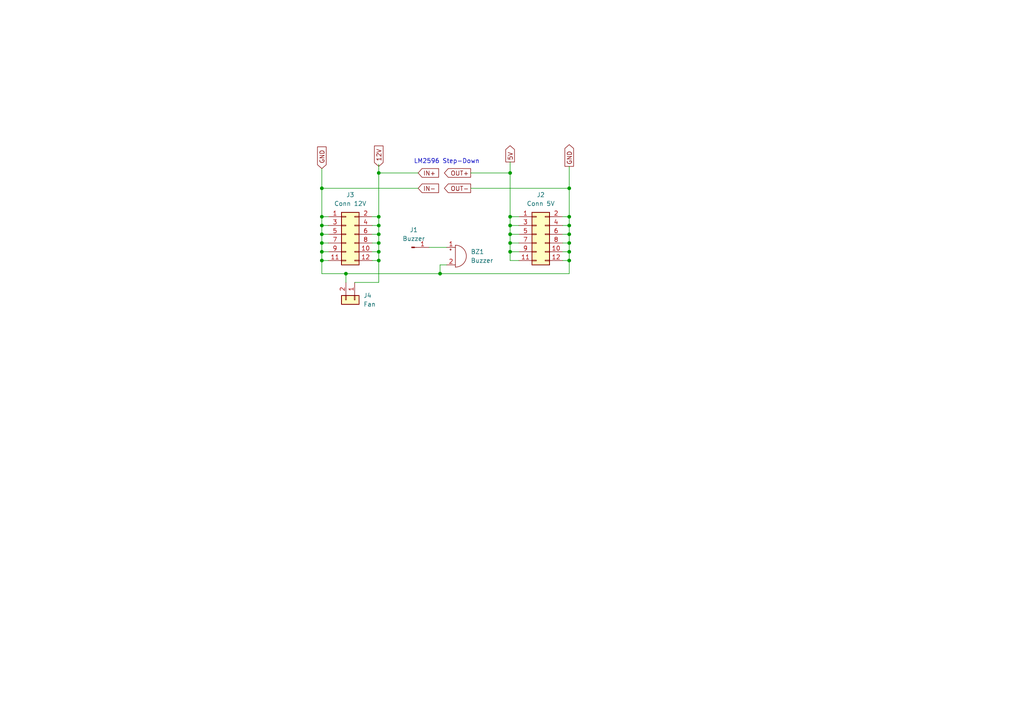
<source format=kicad_sch>
(kicad_sch (version 20230121) (generator eeschema)
  (paper "A4")
  (lib_symbols
    (symbol "Connector:Conn_01x01_Pin" (pin_names (offset 1.016) hide)
      (property "Reference" "J" (at 0 2.54 0))
      (property "Value" "Conn_01x01_Pin" (at 0 -2.54 0))
      (symbol "Conn_01x01_Pin_1_1"
        (polyline (pts (xy 1.27 0) (xy 0.8636 0)) (stroke (width 0.1524)))
        (rectangle (start 0.8636 0.127) (end 0 -0.127) (stroke (width 0.1524)) (fill (type outline)))
        (pin passive line (at 5.08 0 180) (length 3.81) (name "Pin_1") (number "1"))
      )
    )
    (symbol "Connector_Generic:Conn_01x02" (pin_names (offset 1.016) hide)
      (property "Reference" "J" (at 0 2.54 0))
      (property "Value" "Conn_01x02" (at 0 -5.08 0))
      (symbol "Conn_01x02_1_1"
        (rectangle (start -1.27 -2.413) (end 0 -2.667) (stroke (width 0.1524)))
        (rectangle (start -1.27 0.127) (end 0 -0.127) (stroke (width 0.1524)))
        (rectangle (start -1.27 1.27) (end 1.27 -3.81) (stroke (width 0.254)) (fill (type background)))
        (pin passive line (at -5.08 0 0) (length 3.81) (name "Pin_1") (number "1"))
        (pin passive line (at -5.08 -2.54 0) (length 3.81) (name "Pin_2") (number "2"))
      )
    )
    (symbol "Connector_Generic:Conn_02x06_Odd_Even" (pin_names (offset 1.016) hide)
      (property "Reference" "J" (at 1.27 7.62 0))
      (property "Value" "Conn_02x06_Odd_Even" (at 1.27 -10.16 0))
      (symbol "Conn_02x06_Odd_Even_1_1"
        (rectangle (start -1.27 -7.493) (end 0 -7.747) (stroke (width 0.1524)))
        (rectangle (start -1.27 -4.953) (end 0 -5.207) (stroke (width 0.1524)))
        (rectangle (start -1.27 -2.413) (end 0 -2.667) (stroke (width 0.1524)))
        (rectangle (start -1.27 0.127) (end 0 -0.127) (stroke (width 0.1524)))
        (rectangle (start -1.27 2.667) (end 0 2.413) (stroke (width 0.1524)))
        (rectangle (start -1.27 5.207) (end 0 4.953) (stroke (width 0.1524)))
        (rectangle (start -1.27 6.35) (end 3.81 -8.89) (stroke (width 0.254)) (fill (type background)))
        (rectangle (start 3.81 -7.493) (end 2.54 -7.747) (stroke (width 0.1524)))
        (rectangle (start 3.81 -4.953) (end 2.54 -5.207) (stroke (width 0.1524)))
        (rectangle (start 3.81 -2.413) (end 2.54 -2.667) (stroke (width 0.1524)))
        (rectangle (start 3.81 0.127) (end 2.54 -0.127) (stroke (width 0.1524)))
        (rectangle (start 3.81 2.667) (end 2.54 2.413) (stroke (width 0.1524)))
        (rectangle (start 3.81 5.207) (end 2.54 4.953) (stroke (width 0.1524)))
        (pin passive line (at -5.08 5.08 0) (length 3.81) (name "Pin_1") (number "1"))
        (pin passive line (at 7.62 -5.08 180) (length 3.81) (name "Pin_10") (number "10"))
        (pin passive line (at -5.08 -7.62 0) (length 3.81) (name "Pin_11") (number "11"))
        (pin passive line (at 7.62 -7.62 180) (length 3.81) (name "Pin_12") (number "12"))
        (pin passive line (at 7.62 5.08 180) (length 3.81) (name "Pin_2") (number "2"))
        (pin passive line (at -5.08 2.54 0) (length 3.81) (name "Pin_3") (number "3"))
        (pin passive line (at 7.62 2.54 180) (length 3.81) (name "Pin_4") (number "4"))
        (pin passive line (at -5.08 0 0) (length 3.81) (name "Pin_5") (number "5"))
        (pin passive line (at 7.62 0 180) (length 3.81) (name "Pin_6") (number "6"))
        (pin passive line (at -5.08 -2.54 0) (length 3.81) (name "Pin_7") (number "7"))
        (pin passive line (at 7.62 -2.54 180) (length 3.81) (name "Pin_8") (number "8"))
        (pin passive line (at -5.08 -5.08 0) (length 3.81) (name "Pin_9") (number "9"))
      )
    )
    (symbol "Device:Buzzer" (pin_names (offset 0.0254) hide)
      (property "Reference" "BZ" (at 3.81 1.27 0))
      (property "Value" "Buzzer" (at 3.81 -1.27 0))
      (symbol "Buzzer_0_1"
        (arc (start 0 -3.175) (mid 3.1612 0) (end 0 3.175))
        (polyline (pts (xy -1.651 1.905) (xy -1.143 1.905)))
        (polyline (pts (xy -1.397 2.159) (xy -1.397 1.651)))
        (polyline (pts (xy 0 3.175) (xy 0 -3.175)))
      )
      (symbol "Buzzer_1_1"
        (pin passive line (at -2.54 2.54 0) (length 2.54) (name "-") (number "1"))
        (pin passive line (at -2.54 -2.54 0) (length 2.54) (name "+") (number "2"))
      )
    )
  )
  (junction (at 109.855 67.945))
  (junction (at 109.855 62.865))
  (junction (at 109.855 73.025))
  (junction (at 100.33 79.375))
  (junction (at 93.345 73.025))
  (junction (at 147.955 65.405))
  (junction (at 147.955 73.025))
  (junction (at 165.1 67.945))
  (junction (at 165.1 70.485))
  (junction (at 109.855 50.165))
  (junction (at 93.345 65.405))
  (junction (at 147.955 62.865))
  (junction (at 109.855 75.565))
  (junction (at 93.345 67.945))
  (junction (at 109.855 70.485))
  (junction (at 147.955 67.945))
  (junction (at 93.345 62.865))
  (junction (at 109.855 65.405))
  (junction (at 165.1 73.025))
  (junction (at 147.955 70.485))
  (junction (at 165.1 75.565))
  (junction (at 147.955 50.165))
  (junction (at 127.635 79.375))
  (junction (at 165.1 62.865))
  (junction (at 93.345 54.61))
  (junction (at 93.345 75.565))
  (junction (at 165.1 54.61))
  (junction (at 165.1 65.405))
  (junction (at 93.345 70.485))
  (wire (pts (xy 93.345 62.865) (xy 93.345 65.405)))
  (wire (pts (xy 109.855 50.165) (xy 109.855 62.865)))
  (wire (pts (xy 109.855 65.405) (xy 109.855 67.945)))
  (wire (pts (xy 93.345 79.375) (xy 100.33 79.375)))
  (wire (pts (xy 163.195 70.485) (xy 165.1 70.485)))
  (wire (pts (xy 150.495 62.865) (xy 147.955 62.865)))
  (wire (pts (xy 93.345 48.895) (xy 93.345 54.61)))
  (wire (pts (xy 109.855 75.565) (xy 109.855 81.915)))
  (wire (pts (xy 109.855 50.165) (xy 121.285 50.165)))
  (wire (pts (xy 127.635 79.375) (xy 165.1 79.375)))
  (wire (pts (xy 147.955 65.405) (xy 147.955 67.945)))
  (wire (pts (xy 93.345 67.945) (xy 93.345 70.485)))
  (wire (pts (xy 109.855 70.485) (xy 109.855 73.025)))
  (wire (pts (xy 147.955 67.945) (xy 147.955 70.485)))
  (wire (pts (xy 93.345 65.405) (xy 95.25 65.405)))
  (wire (pts (xy 147.955 73.025) (xy 147.955 75.565)))
  (wire (pts (xy 163.195 73.025) (xy 165.1 73.025)))
  (wire (pts (xy 124.46 71.755) (xy 129.54 71.755)))
  (wire (pts (xy 127.635 76.835) (xy 127.635 79.375)))
  (wire (pts (xy 147.955 46.99) (xy 147.955 50.165)))
  (wire (pts (xy 165.1 73.025) (xy 165.1 75.565)))
  (wire (pts (xy 109.855 47.625) (xy 109.855 50.165)))
  (wire (pts (xy 100.33 79.375) (xy 100.33 81.915)))
  (wire (pts (xy 165.1 62.865) (xy 163.195 62.865)))
  (wire (pts (xy 136.525 50.165) (xy 147.955 50.165)))
  (wire (pts (xy 165.1 67.945) (xy 165.1 70.485)))
  (wire (pts (xy 93.345 65.405) (xy 93.345 67.945)))
  (wire (pts (xy 93.345 62.865) (xy 95.25 62.865)))
  (wire (pts (xy 102.87 81.915) (xy 109.855 81.915)))
  (wire (pts (xy 136.525 54.61) (xy 165.1 54.61)))
  (wire (pts (xy 93.345 73.025) (xy 93.345 75.565)))
  (wire (pts (xy 93.345 54.61) (xy 121.285 54.61)))
  (wire (pts (xy 109.855 67.945) (xy 109.855 70.485)))
  (wire (pts (xy 109.855 75.565) (xy 107.95 75.565)))
  (wire (pts (xy 129.54 76.835) (xy 127.635 76.835)))
  (wire (pts (xy 107.95 65.405) (xy 109.855 65.405)))
  (wire (pts (xy 165.1 62.865) (xy 165.1 65.405)))
  (wire (pts (xy 165.1 48.26) (xy 165.1 54.61)))
  (wire (pts (xy 93.345 67.945) (xy 95.25 67.945)))
  (wire (pts (xy 93.345 73.025) (xy 95.25 73.025)))
  (wire (pts (xy 165.1 75.565) (xy 165.1 79.375)))
  (wire (pts (xy 107.95 73.025) (xy 109.855 73.025)))
  (wire (pts (xy 109.855 62.865) (xy 109.855 65.405)))
  (wire (pts (xy 165.1 70.485) (xy 165.1 73.025)))
  (wire (pts (xy 107.95 70.485) (xy 109.855 70.485)))
  (wire (pts (xy 147.955 73.025) (xy 150.495 73.025)))
  (wire (pts (xy 147.955 70.485) (xy 147.955 73.025)))
  (wire (pts (xy 147.955 70.485) (xy 150.495 70.485)))
  (wire (pts (xy 163.195 65.405) (xy 165.1 65.405)))
  (wire (pts (xy 147.955 67.945) (xy 150.495 67.945)))
  (wire (pts (xy 163.195 67.945) (xy 165.1 67.945)))
  (wire (pts (xy 147.955 50.165) (xy 147.955 62.865)))
  (wire (pts (xy 107.95 67.945) (xy 109.855 67.945)))
  (wire (pts (xy 93.345 54.61) (xy 93.345 62.865)))
  (wire (pts (xy 100.33 79.375) (xy 127.635 79.375)))
  (wire (pts (xy 93.345 70.485) (xy 95.25 70.485)))
  (wire (pts (xy 163.195 75.565) (xy 165.1 75.565)))
  (wire (pts (xy 147.955 65.405) (xy 150.495 65.405)))
  (wire (pts (xy 93.345 70.485) (xy 93.345 73.025)))
  (wire (pts (xy 147.955 75.565) (xy 150.495 75.565)))
  (wire (pts (xy 107.95 62.865) (xy 109.855 62.865)))
  (wire (pts (xy 165.1 54.61) (xy 165.1 62.865)))
  (wire (pts (xy 109.855 73.025) (xy 109.855 75.565)))
  (wire (pts (xy 93.345 75.565) (xy 93.345 79.375)))
  (wire (pts (xy 147.955 62.865) (xy 147.955 65.405)))
  (wire (pts (xy 165.1 65.405) (xy 165.1 67.945)))
  (wire (pts (xy 93.345 75.565) (xy 95.25 75.565)))
  (text "LM2596 Step-Down" (at 120.015 47.625 0) (effects (font (size 1.27 1.27)) (justify left bottom)))
  (global_label "12V" (shape input) (at 109.855 48.26 90) (property "Intersheetrefs" "${INTERSHEET_REFS}" (effects hide)))
  (global_label "IN+" (shape input) (at 121.285 50.165 0) (property "Intersheetrefs" "${INTERSHEET_REFS}" (effects hide)))
  (global_label "OUT+" (shape output) (at 136.525 50.165 180) (property "Intersheetrefs" "${INTERSHEET_REFS}" (effects hide)))
  (global_label "OUT-" (shape output) (at 136.525 54.61 180) (property "Intersheetrefs" "${INTERSHEET_REFS}" (effects hide)))
  (global_label "IN-" (shape input) (at 121.285 54.61 0) (property "Intersheetrefs" "${INTERSHEET_REFS}" (effects hide)))
  (global_label "GND" (shape output) (at 165.1 48.26 90) (property "Intersheetrefs" "${INTERSHEET_REFS}" (effects hide)))
  (global_label "GND" (shape input) (at 93.345 48.895 90) (property "Intersheetrefs" "${INTERSHEET_REFS}" (effects hide)))
  (global_label "5V" (shape output) (at 147.955 46.99 90) (property "Intersheetrefs" "${INTERSHEET_REFS}" (effects hide)))
  (symbol (lib_id "Connector:Conn_01x01_Pin") (at 119.38 71.755 0) (unit 1)
    (property "Reference" "J1" (at 120.015 66.675 0))
    (property "Value" "Buzzer" (at 120.015 69.215 0))
  )
  (symbol (lib_id "Connector_Generic:Conn_02x06_Odd_Even") (at 100.33 67.945 0) (unit 1)
    (property "Reference" "J3" (at 101.6 56.515 0))
    (property "Value" "Conn 12V" (at 101.6 59.055 0))
  )
  (symbol (lib_id "Connector_Generic:Conn_01x02") (at 102.87 86.995 270) (unit 1)
    (property "Reference" "J4" (at 105.41 85.725 90) (effects (justify left)))
    (property "Value" "Fan" (at 105.41 88.265 90) (effects (justify left)))
  )
  (symbol (lib_id "Device:Buzzer") (at 132.08 74.295 0) (unit 1)
    (property "Reference" "BZ1" (at 136.525 73.025 0) (effects (justify left)))
    (property "Value" "Buzzer" (at 136.525 75.565 0) (effects (justify left)))
  )
  (symbol (lib_id "Connector_Generic:Conn_02x06_Odd_Even") (at 155.575 67.945 0) (unit 1)
    (property "Reference" "J2" (at 156.845 56.515 0))
    (property "Value" "Conn 5V" (at 156.845 59.055 0))
  )
)
</source>
